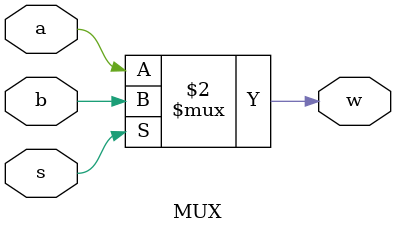
<source format=sv>
`timescale 1ns/1ns
module MUX(input a,b,s , output w);
	assign #(12) w = ~s ? a : b;
endmodule
</source>
